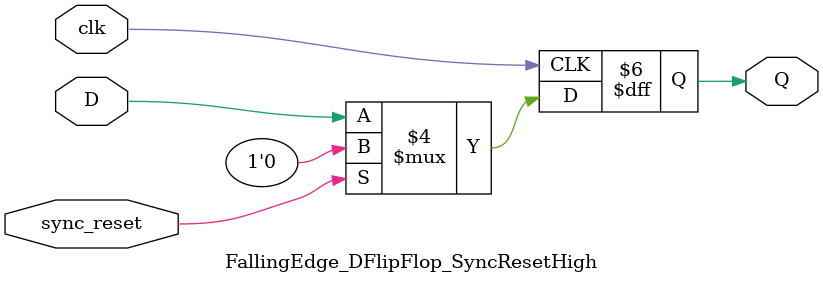
<source format=v>
module FallingEdge_DFlipFlop_SyncResetHigh(D,clk,sync_reset,Q);
	input D; // Data input 
	input clk; // clock input 
	input sync_reset; // synchronous reset 
	output reg Q; // output Q 
	always @(negedge clk) begin
		if(sync_reset==1'b1)
			Q <= 1'b0; 
		else 
			Q <= D; 
	end 
endmodule

</source>
